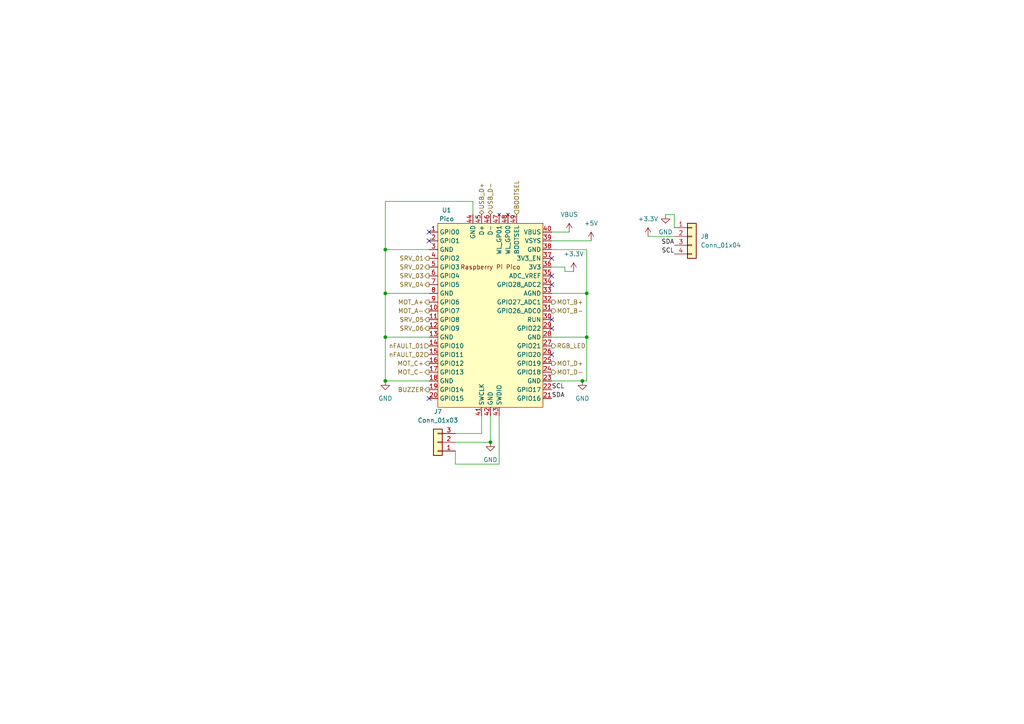
<source format=kicad_sch>
(kicad_sch (version 20230121) (generator eeschema)

  (uuid c24cf95b-fefa-4a3d-bb89-4d6b173b091e)

  (paper "A4")

  (lib_symbols
    (symbol "Connector_Generic:Conn_01x03" (pin_names (offset 1.016) hide) (in_bom yes) (on_board yes)
      (property "Reference" "J" (at 0 5.08 0)
        (effects (font (size 1.27 1.27)))
      )
      (property "Value" "Conn_01x03" (at 0 -5.08 0)
        (effects (font (size 1.27 1.27)))
      )
      (property "Footprint" "" (at 0 0 0)
        (effects (font (size 1.27 1.27)) hide)
      )
      (property "Datasheet" "~" (at 0 0 0)
        (effects (font (size 1.27 1.27)) hide)
      )
      (property "ki_keywords" "connector" (at 0 0 0)
        (effects (font (size 1.27 1.27)) hide)
      )
      (property "ki_description" "Generic connector, single row, 01x03, script generated (kicad-library-utils/schlib/autogen/connector/)" (at 0 0 0)
        (effects (font (size 1.27 1.27)) hide)
      )
      (property "ki_fp_filters" "Connector*:*_1x??_*" (at 0 0 0)
        (effects (font (size 1.27 1.27)) hide)
      )
      (symbol "Conn_01x03_1_1"
        (rectangle (start -1.27 -2.413) (end 0 -2.667)
          (stroke (width 0.1524) (type default))
          (fill (type none))
        )
        (rectangle (start -1.27 0.127) (end 0 -0.127)
          (stroke (width 0.1524) (type default))
          (fill (type none))
        )
        (rectangle (start -1.27 2.667) (end 0 2.413)
          (stroke (width 0.1524) (type default))
          (fill (type none))
        )
        (rectangle (start -1.27 3.81) (end 1.27 -3.81)
          (stroke (width 0.254) (type default))
          (fill (type background))
        )
        (pin passive line (at -5.08 2.54 0) (length 3.81)
          (name "Pin_1" (effects (font (size 1.27 1.27))))
          (number "1" (effects (font (size 1.27 1.27))))
        )
        (pin passive line (at -5.08 0 0) (length 3.81)
          (name "Pin_2" (effects (font (size 1.27 1.27))))
          (number "2" (effects (font (size 1.27 1.27))))
        )
        (pin passive line (at -5.08 -2.54 0) (length 3.81)
          (name "Pin_3" (effects (font (size 1.27 1.27))))
          (number "3" (effects (font (size 1.27 1.27))))
        )
      )
    )
    (symbol "Connector_Generic:Conn_01x04" (pin_names (offset 1.016) hide) (in_bom yes) (on_board yes)
      (property "Reference" "J" (at 0 5.08 0)
        (effects (font (size 1.27 1.27)))
      )
      (property "Value" "Conn_01x04" (at 0 -7.62 0)
        (effects (font (size 1.27 1.27)))
      )
      (property "Footprint" "" (at 0 0 0)
        (effects (font (size 1.27 1.27)) hide)
      )
      (property "Datasheet" "~" (at 0 0 0)
        (effects (font (size 1.27 1.27)) hide)
      )
      (property "ki_keywords" "connector" (at 0 0 0)
        (effects (font (size 1.27 1.27)) hide)
      )
      (property "ki_description" "Generic connector, single row, 01x04, script generated (kicad-library-utils/schlib/autogen/connector/)" (at 0 0 0)
        (effects (font (size 1.27 1.27)) hide)
      )
      (property "ki_fp_filters" "Connector*:*_1x??_*" (at 0 0 0)
        (effects (font (size 1.27 1.27)) hide)
      )
      (symbol "Conn_01x04_1_1"
        (rectangle (start -1.27 -4.953) (end 0 -5.207)
          (stroke (width 0.1524) (type default))
          (fill (type none))
        )
        (rectangle (start -1.27 -2.413) (end 0 -2.667)
          (stroke (width 0.1524) (type default))
          (fill (type none))
        )
        (rectangle (start -1.27 0.127) (end 0 -0.127)
          (stroke (width 0.1524) (type default))
          (fill (type none))
        )
        (rectangle (start -1.27 2.667) (end 0 2.413)
          (stroke (width 0.1524) (type default))
          (fill (type none))
        )
        (rectangle (start -1.27 3.81) (end 1.27 -6.35)
          (stroke (width 0.254) (type default))
          (fill (type background))
        )
        (pin passive line (at -5.08 2.54 0) (length 3.81)
          (name "Pin_1" (effects (font (size 1.27 1.27))))
          (number "1" (effects (font (size 1.27 1.27))))
        )
        (pin passive line (at -5.08 0 0) (length 3.81)
          (name "Pin_2" (effects (font (size 1.27 1.27))))
          (number "2" (effects (font (size 1.27 1.27))))
        )
        (pin passive line (at -5.08 -2.54 0) (length 3.81)
          (name "Pin_3" (effects (font (size 1.27 1.27))))
          (number "3" (effects (font (size 1.27 1.27))))
        )
        (pin passive line (at -5.08 -5.08 0) (length 3.81)
          (name "Pin_4" (effects (font (size 1.27 1.27))))
          (number "4" (effects (font (size 1.27 1.27))))
        )
      )
    )
    (symbol "MCU_RaspberryPi_and_Boards:Pico" (in_bom yes) (on_board yes)
      (property "Reference" "U" (at -13.97 27.94 0)
        (effects (font (size 1.27 1.27)))
      )
      (property "Value" "Pico" (at 0 19.05 0)
        (effects (font (size 1.27 1.27)))
      )
      (property "Footprint" "MCU_RaspberryPi_and_Boards:RPi_Pico_SMD_TH" (at -30.48 0 90)
        (effects (font (size 1.27 1.27)) hide)
      )
      (property "Datasheet" "" (at 0 0 0)
        (effects (font (size 1.27 1.27)) hide)
      )
      (symbol "Pico_0_0"
        (text "Raspberry Pi Pico" (at 0 13.97 0)
          (effects (font (size 1.27 1.27)))
        )
      )
      (symbol "Pico_0_1"
        (rectangle (start -15.24 26.67) (end 15.24 -26.67)
          (stroke (width 0) (type default))
          (fill (type background))
        )
      )
      (symbol "Pico_1_1"
        (pin bidirectional line (at -17.78 24.13 0) (length 2.54)
          (name "GPIO0" (effects (font (size 1.27 1.27))))
          (number "1" (effects (font (size 1.27 1.27))))
        )
        (pin bidirectional line (at -17.78 1.27 0) (length 2.54)
          (name "GPIO7" (effects (font (size 1.27 1.27))))
          (number "10" (effects (font (size 1.27 1.27))))
        )
        (pin bidirectional line (at -17.78 -1.27 0) (length 2.54)
          (name "GPIO8" (effects (font (size 1.27 1.27))))
          (number "11" (effects (font (size 1.27 1.27))))
        )
        (pin bidirectional line (at -17.78 -3.81 0) (length 2.54)
          (name "GPIO9" (effects (font (size 1.27 1.27))))
          (number "12" (effects (font (size 1.27 1.27))))
        )
        (pin power_in line (at -17.78 -6.35 0) (length 2.54)
          (name "GND" (effects (font (size 1.27 1.27))))
          (number "13" (effects (font (size 1.27 1.27))))
        )
        (pin bidirectional line (at -17.78 -8.89 0) (length 2.54)
          (name "GPIO10" (effects (font (size 1.27 1.27))))
          (number "14" (effects (font (size 1.27 1.27))))
        )
        (pin bidirectional line (at -17.78 -11.43 0) (length 2.54)
          (name "GPIO11" (effects (font (size 1.27 1.27))))
          (number "15" (effects (font (size 1.27 1.27))))
        )
        (pin bidirectional line (at -17.78 -13.97 0) (length 2.54)
          (name "GPIO12" (effects (font (size 1.27 1.27))))
          (number "16" (effects (font (size 1.27 1.27))))
        )
        (pin bidirectional line (at -17.78 -16.51 0) (length 2.54)
          (name "GPIO13" (effects (font (size 1.27 1.27))))
          (number "17" (effects (font (size 1.27 1.27))))
        )
        (pin power_in line (at -17.78 -19.05 0) (length 2.54)
          (name "GND" (effects (font (size 1.27 1.27))))
          (number "18" (effects (font (size 1.27 1.27))))
        )
        (pin bidirectional line (at -17.78 -21.59 0) (length 2.54)
          (name "GPIO14" (effects (font (size 1.27 1.27))))
          (number "19" (effects (font (size 1.27 1.27))))
        )
        (pin bidirectional line (at -17.78 21.59 0) (length 2.54)
          (name "GPIO1" (effects (font (size 1.27 1.27))))
          (number "2" (effects (font (size 1.27 1.27))))
        )
        (pin bidirectional line (at -17.78 -24.13 0) (length 2.54)
          (name "GPIO15" (effects (font (size 1.27 1.27))))
          (number "20" (effects (font (size 1.27 1.27))))
        )
        (pin bidirectional line (at 17.78 -24.13 180) (length 2.54)
          (name "GPIO16" (effects (font (size 1.27 1.27))))
          (number "21" (effects (font (size 1.27 1.27))))
        )
        (pin bidirectional line (at 17.78 -21.59 180) (length 2.54)
          (name "GPIO17" (effects (font (size 1.27 1.27))))
          (number "22" (effects (font (size 1.27 1.27))))
        )
        (pin power_in line (at 17.78 -19.05 180) (length 2.54)
          (name "GND" (effects (font (size 1.27 1.27))))
          (number "23" (effects (font (size 1.27 1.27))))
        )
        (pin bidirectional line (at 17.78 -16.51 180) (length 2.54)
          (name "GPIO18" (effects (font (size 1.27 1.27))))
          (number "24" (effects (font (size 1.27 1.27))))
        )
        (pin bidirectional line (at 17.78 -13.97 180) (length 2.54)
          (name "GPIO19" (effects (font (size 1.27 1.27))))
          (number "25" (effects (font (size 1.27 1.27))))
        )
        (pin bidirectional line (at 17.78 -11.43 180) (length 2.54)
          (name "GPIO20" (effects (font (size 1.27 1.27))))
          (number "26" (effects (font (size 1.27 1.27))))
        )
        (pin bidirectional line (at 17.78 -8.89 180) (length 2.54)
          (name "GPIO21" (effects (font (size 1.27 1.27))))
          (number "27" (effects (font (size 1.27 1.27))))
        )
        (pin power_in line (at 17.78 -6.35 180) (length 2.54)
          (name "GND" (effects (font (size 1.27 1.27))))
          (number "28" (effects (font (size 1.27 1.27))))
        )
        (pin bidirectional line (at 17.78 -3.81 180) (length 2.54)
          (name "GPIO22" (effects (font (size 1.27 1.27))))
          (number "29" (effects (font (size 1.27 1.27))))
        )
        (pin power_in line (at -17.78 19.05 0) (length 2.54)
          (name "GND" (effects (font (size 1.27 1.27))))
          (number "3" (effects (font (size 1.27 1.27))))
        )
        (pin input line (at 17.78 -1.27 180) (length 2.54)
          (name "RUN" (effects (font (size 1.27 1.27))))
          (number "30" (effects (font (size 1.27 1.27))))
        )
        (pin bidirectional line (at 17.78 1.27 180) (length 2.54)
          (name "GPIO26_ADC0" (effects (font (size 1.27 1.27))))
          (number "31" (effects (font (size 1.27 1.27))))
        )
        (pin bidirectional line (at 17.78 3.81 180) (length 2.54)
          (name "GPIO27_ADC1" (effects (font (size 1.27 1.27))))
          (number "32" (effects (font (size 1.27 1.27))))
        )
        (pin power_in line (at 17.78 6.35 180) (length 2.54)
          (name "AGND" (effects (font (size 1.27 1.27))))
          (number "33" (effects (font (size 1.27 1.27))))
        )
        (pin bidirectional line (at 17.78 8.89 180) (length 2.54)
          (name "GPIO28_ADC2" (effects (font (size 1.27 1.27))))
          (number "34" (effects (font (size 1.27 1.27))))
        )
        (pin power_in line (at 17.78 11.43 180) (length 2.54)
          (name "ADC_VREF" (effects (font (size 1.27 1.27))))
          (number "35" (effects (font (size 1.27 1.27))))
        )
        (pin power_in line (at 17.78 13.97 180) (length 2.54)
          (name "3V3" (effects (font (size 1.27 1.27))))
          (number "36" (effects (font (size 1.27 1.27))))
        )
        (pin input line (at 17.78 16.51 180) (length 2.54)
          (name "3V3_EN" (effects (font (size 1.27 1.27))))
          (number "37" (effects (font (size 1.27 1.27))))
        )
        (pin power_in line (at 17.78 19.05 180) (length 2.54)
          (name "GND" (effects (font (size 1.27 1.27))))
          (number "38" (effects (font (size 1.27 1.27))))
        )
        (pin power_in line (at 17.78 21.59 180) (length 2.54)
          (name "VSYS" (effects (font (size 1.27 1.27))))
          (number "39" (effects (font (size 1.27 1.27))))
        )
        (pin bidirectional line (at -17.78 16.51 0) (length 2.54)
          (name "GPIO2" (effects (font (size 1.27 1.27))))
          (number "4" (effects (font (size 1.27 1.27))))
        )
        (pin power_in line (at 17.78 24.13 180) (length 2.54)
          (name "VBUS" (effects (font (size 1.27 1.27))))
          (number "40" (effects (font (size 1.27 1.27))))
        )
        (pin input line (at -2.54 -29.21 90) (length 2.54)
          (name "SWCLK" (effects (font (size 1.27 1.27))))
          (number "41" (effects (font (size 1.27 1.27))))
        )
        (pin power_in line (at 0 -29.21 90) (length 2.54)
          (name "GND" (effects (font (size 1.27 1.27))))
          (number "42" (effects (font (size 1.27 1.27))))
        )
        (pin bidirectional line (at 2.54 -29.21 90) (length 2.54)
          (name "SWDIO" (effects (font (size 1.27 1.27))))
          (number "43" (effects (font (size 1.27 1.27))))
        )
        (pin power_in line (at -5.08 29.21 270) (length 2.54)
          (name "GND" (effects (font (size 1.27 1.27))))
          (number "44" (effects (font (size 1.27 1.27))))
          (alternate "TP1" power_in line)
        )
        (pin bidirectional line (at -2.54 29.21 270) (length 2.54)
          (name "D+" (effects (font (size 1.27 1.27))))
          (number "45" (effects (font (size 1.27 1.27))))
          (alternate "TP3" bidirectional line)
          (alternate "USB DP" bidirectional line)
        )
        (pin bidirectional line (at 0 29.21 270) (length 2.54)
          (name "D-" (effects (font (size 1.27 1.27))))
          (number "46" (effects (font (size 1.27 1.27))))
          (alternate "TP2" bidirectional line)
          (alternate "USB DM" bidirectional line)
        )
        (pin no_connect line (at 2.54 29.21 270) (length 2.54)
          (name "WL_GP01" (effects (font (size 1.27 1.27))))
          (number "47" (effects (font (size 1.27 1.27))))
          (alternate "DO NOT USE" no_connect line)
          (alternate "SMPS PS " no_connect line)
          (alternate "TP4" no_connect line)
        )
        (pin no_connect line (at 5.08 29.21 270) (length 2.54)
          (name "WL_GP00" (effects (font (size 1.27 1.27))))
          (number "48" (effects (font (size 1.27 1.27))))
          (alternate "LED" no_connect line)
          (alternate "NOT RECOMMENDED" no_connect line)
          (alternate "TP5" no_connect line)
        )
        (pin input line (at 7.62 29.21 270) (length 2.54)
          (name "BOOTSEL" (effects (font (size 1.27 1.27))))
          (number "49" (effects (font (size 1.27 1.27))))
          (alternate "TP6" input line)
        )
        (pin bidirectional line (at -17.78 13.97 0) (length 2.54)
          (name "GPIO3" (effects (font (size 1.27 1.27))))
          (number "5" (effects (font (size 1.27 1.27))))
        )
        (pin bidirectional line (at -17.78 11.43 0) (length 2.54)
          (name "GPIO4" (effects (font (size 1.27 1.27))))
          (number "6" (effects (font (size 1.27 1.27))))
        )
        (pin bidirectional line (at -17.78 8.89 0) (length 2.54)
          (name "GPIO5" (effects (font (size 1.27 1.27))))
          (number "7" (effects (font (size 1.27 1.27))))
        )
        (pin power_in line (at -17.78 6.35 0) (length 2.54)
          (name "GND" (effects (font (size 1.27 1.27))))
          (number "8" (effects (font (size 1.27 1.27))))
        )
        (pin bidirectional line (at -17.78 3.81 0) (length 2.54)
          (name "GPIO6" (effects (font (size 1.27 1.27))))
          (number "9" (effects (font (size 1.27 1.27))))
        )
      )
    )
    (symbol "power:+3.3V" (power) (pin_names (offset 0)) (in_bom yes) (on_board yes)
      (property "Reference" "#PWR" (at 0 -3.81 0)
        (effects (font (size 1.27 1.27)) hide)
      )
      (property "Value" "+3.3V" (at 0 3.556 0)
        (effects (font (size 1.27 1.27)))
      )
      (property "Footprint" "" (at 0 0 0)
        (effects (font (size 1.27 1.27)) hide)
      )
      (property "Datasheet" "" (at 0 0 0)
        (effects (font (size 1.27 1.27)) hide)
      )
      (property "ki_keywords" "global power" (at 0 0 0)
        (effects (font (size 1.27 1.27)) hide)
      )
      (property "ki_description" "Power symbol creates a global label with name \"+3.3V\"" (at 0 0 0)
        (effects (font (size 1.27 1.27)) hide)
      )
      (symbol "+3.3V_0_1"
        (polyline
          (pts
            (xy -0.762 1.27)
            (xy 0 2.54)
          )
          (stroke (width 0) (type default))
          (fill (type none))
        )
        (polyline
          (pts
            (xy 0 0)
            (xy 0 2.54)
          )
          (stroke (width 0) (type default))
          (fill (type none))
        )
        (polyline
          (pts
            (xy 0 2.54)
            (xy 0.762 1.27)
          )
          (stroke (width 0) (type default))
          (fill (type none))
        )
      )
      (symbol "+3.3V_1_1"
        (pin power_in line (at 0 0 90) (length 0) hide
          (name "+3.3V" (effects (font (size 1.27 1.27))))
          (number "1" (effects (font (size 1.27 1.27))))
        )
      )
    )
    (symbol "power:+5V" (power) (pin_names (offset 0)) (in_bom yes) (on_board yes)
      (property "Reference" "#PWR" (at 0 -3.81 0)
        (effects (font (size 1.27 1.27)) hide)
      )
      (property "Value" "+5V" (at 0 3.556 0)
        (effects (font (size 1.27 1.27)))
      )
      (property "Footprint" "" (at 0 0 0)
        (effects (font (size 1.27 1.27)) hide)
      )
      (property "Datasheet" "" (at 0 0 0)
        (effects (font (size 1.27 1.27)) hide)
      )
      (property "ki_keywords" "global power" (at 0 0 0)
        (effects (font (size 1.27 1.27)) hide)
      )
      (property "ki_description" "Power symbol creates a global label with name \"+5V\"" (at 0 0 0)
        (effects (font (size 1.27 1.27)) hide)
      )
      (symbol "+5V_0_1"
        (polyline
          (pts
            (xy -0.762 1.27)
            (xy 0 2.54)
          )
          (stroke (width 0) (type default))
          (fill (type none))
        )
        (polyline
          (pts
            (xy 0 0)
            (xy 0 2.54)
          )
          (stroke (width 0) (type default))
          (fill (type none))
        )
        (polyline
          (pts
            (xy 0 2.54)
            (xy 0.762 1.27)
          )
          (stroke (width 0) (type default))
          (fill (type none))
        )
      )
      (symbol "+5V_1_1"
        (pin power_in line (at 0 0 90) (length 0) hide
          (name "+5V" (effects (font (size 1.27 1.27))))
          (number "1" (effects (font (size 1.27 1.27))))
        )
      )
    )
    (symbol "power:GND" (power) (pin_names (offset 0)) (in_bom yes) (on_board yes)
      (property "Reference" "#PWR" (at 0 -6.35 0)
        (effects (font (size 1.27 1.27)) hide)
      )
      (property "Value" "GND" (at 0 -3.81 0)
        (effects (font (size 1.27 1.27)))
      )
      (property "Footprint" "" (at 0 0 0)
        (effects (font (size 1.27 1.27)) hide)
      )
      (property "Datasheet" "" (at 0 0 0)
        (effects (font (size 1.27 1.27)) hide)
      )
      (property "ki_keywords" "global power" (at 0 0 0)
        (effects (font (size 1.27 1.27)) hide)
      )
      (property "ki_description" "Power symbol creates a global label with name \"GND\" , ground" (at 0 0 0)
        (effects (font (size 1.27 1.27)) hide)
      )
      (symbol "GND_0_1"
        (polyline
          (pts
            (xy 0 0)
            (xy 0 -1.27)
            (xy 1.27 -1.27)
            (xy 0 -2.54)
            (xy -1.27 -1.27)
            (xy 0 -1.27)
          )
          (stroke (width 0) (type default))
          (fill (type none))
        )
      )
      (symbol "GND_1_1"
        (pin power_in line (at 0 0 270) (length 0) hide
          (name "GND" (effects (font (size 1.27 1.27))))
          (number "1" (effects (font (size 1.27 1.27))))
        )
      )
    )
    (symbol "power:VBUS" (power) (pin_names (offset 0)) (in_bom yes) (on_board yes)
      (property "Reference" "#PWR" (at 0 -3.81 0)
        (effects (font (size 1.27 1.27)) hide)
      )
      (property "Value" "VBUS" (at 0 3.81 0)
        (effects (font (size 1.27 1.27)))
      )
      (property "Footprint" "" (at 0 0 0)
        (effects (font (size 1.27 1.27)) hide)
      )
      (property "Datasheet" "" (at 0 0 0)
        (effects (font (size 1.27 1.27)) hide)
      )
      (property "ki_keywords" "global power" (at 0 0 0)
        (effects (font (size 1.27 1.27)) hide)
      )
      (property "ki_description" "Power symbol creates a global label with name \"VBUS\"" (at 0 0 0)
        (effects (font (size 1.27 1.27)) hide)
      )
      (symbol "VBUS_0_1"
        (polyline
          (pts
            (xy -0.762 1.27)
            (xy 0 2.54)
          )
          (stroke (width 0) (type default))
          (fill (type none))
        )
        (polyline
          (pts
            (xy 0 0)
            (xy 0 2.54)
          )
          (stroke (width 0) (type default))
          (fill (type none))
        )
        (polyline
          (pts
            (xy 0 2.54)
            (xy 0.762 1.27)
          )
          (stroke (width 0) (type default))
          (fill (type none))
        )
      )
      (symbol "VBUS_1_1"
        (pin power_in line (at 0 0 90) (length 0) hide
          (name "VBUS" (effects (font (size 1.27 1.27))))
          (number "1" (effects (font (size 1.27 1.27))))
        )
      )
    )
  )

  (junction (at 170.18 97.79) (diameter 0) (color 0 0 0 0)
    (uuid 14aecc81-0dd7-41d3-9e45-8e856fb2edcb)
  )
  (junction (at 170.18 85.09) (diameter 0) (color 0 0 0 0)
    (uuid 2b84704d-4059-4793-9232-fb65973335e1)
  )
  (junction (at 168.91 110.49) (diameter 0) (color 0 0 0 0)
    (uuid 2c17f81d-89aa-40eb-960b-a1c290de2e76)
  )
  (junction (at 142.24 128.27) (diameter 0) (color 0 0 0 0)
    (uuid 5d0bd9e9-b201-48cb-95ec-2416e221f2c7)
  )
  (junction (at 111.76 85.09) (diameter 0) (color 0 0 0 0)
    (uuid 9553df51-33f7-4135-9029-243997ae56a3)
  )
  (junction (at 111.76 72.39) (diameter 0) (color 0 0 0 0)
    (uuid b26ffddf-bdff-4c97-93e7-973556f6348a)
  )
  (junction (at 111.76 97.79) (diameter 0) (color 0 0 0 0)
    (uuid d025a330-90d7-4132-a771-4674eb997f59)
  )
  (junction (at 111.76 110.49) (diameter 0) (color 0 0 0 0)
    (uuid fbbd83c4-cc0b-440e-b21d-6c9cd8ae4963)
  )

  (no_connect (at 160.02 80.01) (uuid 36528df0-c581-4bde-8b05-45b46264c27d))
  (no_connect (at 160.02 95.25) (uuid 3f098cb5-46d8-4efc-bb62-9fd015ac8c51))
  (no_connect (at 160.02 92.71) (uuid 7e158619-9f62-4bca-99c1-3e24a11cd44c))
  (no_connect (at 124.46 67.31) (uuid 7ed7891a-27fc-44d6-9d3d-7c35e1a90357))
  (no_connect (at 124.46 69.85) (uuid 809d6888-b051-4f6b-8e5d-3a98ccc681e8))
  (no_connect (at 160.02 74.93) (uuid 978c4544-5615-42c9-a82e-dab54dd19c60))
  (no_connect (at 160.02 102.87) (uuid a0d7a233-88d4-423a-b915-c9242debb265))
  (no_connect (at 124.46 115.57) (uuid c213126a-9ed7-41e6-9c08-dc12badc161c))
  (no_connect (at 160.02 82.55) (uuid d44e8096-1bf2-4ff0-a085-818acbd57e0b))

  (wire (pts (xy 132.08 134.62) (xy 132.08 130.81))
    (stroke (width 0) (type default))
    (uuid 01529d1b-0250-4435-986e-cb0d66460cdf)
  )
  (wire (pts (xy 137.16 62.23) (xy 137.16 58.42))
    (stroke (width 0) (type default))
    (uuid 0a1bd469-f377-4454-8f2d-163989fac6ef)
  )
  (wire (pts (xy 170.18 97.79) (xy 170.18 110.49))
    (stroke (width 0) (type default))
    (uuid 0d229ec1-0190-4f6f-b6e8-39713cf4d412)
  )
  (wire (pts (xy 111.76 97.79) (xy 124.46 97.79))
    (stroke (width 0) (type default))
    (uuid 0ec58fea-5441-4a38-9d38-3b9c13f66b5b)
  )
  (wire (pts (xy 139.7 120.65) (xy 139.7 125.73))
    (stroke (width 0) (type default))
    (uuid 1dc93974-b9c8-4a68-8b04-d51757fd4e67)
  )
  (wire (pts (xy 193.04 62.23) (xy 195.58 62.23))
    (stroke (width 0) (type default))
    (uuid 1ff57973-4e07-4b81-8153-f6ef23ca4c0b)
  )
  (wire (pts (xy 170.18 72.39) (xy 170.18 85.09))
    (stroke (width 0) (type default))
    (uuid 2c1ab312-ef0d-4ebc-86ff-190cf629d39f)
  )
  (wire (pts (xy 111.76 72.39) (xy 111.76 85.09))
    (stroke (width 0) (type default))
    (uuid 2c78e3f4-b61c-4c74-bfac-1ed695e3f4ae)
  )
  (wire (pts (xy 163.83 77.47) (xy 160.02 77.47))
    (stroke (width 0) (type default))
    (uuid 31273686-b873-4ecf-ad21-ef78cc78544c)
  )
  (wire (pts (xy 195.58 62.23) (xy 195.58 66.04))
    (stroke (width 0) (type default))
    (uuid 3422cf36-e888-4ef9-b660-68c4b042c1b9)
  )
  (wire (pts (xy 144.78 120.65) (xy 144.78 134.62))
    (stroke (width 0) (type default))
    (uuid 36fe50bb-35e0-4629-9403-fd71cc7e7845)
  )
  (wire (pts (xy 163.83 78.74) (xy 163.83 77.47))
    (stroke (width 0) (type default))
    (uuid 3a04d59e-b310-48a5-994f-191097e1fb06)
  )
  (wire (pts (xy 160.02 69.85) (xy 171.45 69.85))
    (stroke (width 0) (type default))
    (uuid 47ce4409-88d6-4d7f-90c2-e98729bf38c7)
  )
  (wire (pts (xy 142.24 120.65) (xy 142.24 128.27))
    (stroke (width 0) (type default))
    (uuid 4e9dab53-8e96-4e6d-a265-a28531d457bf)
  )
  (wire (pts (xy 160.02 72.39) (xy 170.18 72.39))
    (stroke (width 0) (type default))
    (uuid 5bac25e7-a1b0-45d5-889d-7f8a43b9e56b)
  )
  (wire (pts (xy 111.76 85.09) (xy 124.46 85.09))
    (stroke (width 0) (type default))
    (uuid 6871c071-8300-47d7-8b03-0675db7e8c27)
  )
  (wire (pts (xy 168.91 110.49) (xy 160.02 110.49))
    (stroke (width 0) (type default))
    (uuid 76c2bd8d-255b-40ee-9e62-b8ba4e78289f)
  )
  (wire (pts (xy 166.37 78.74) (xy 163.83 78.74))
    (stroke (width 0) (type default))
    (uuid 81b0fed8-75e9-4ba3-94d0-365351ff15b6)
  )
  (wire (pts (xy 111.76 58.42) (xy 111.76 72.39))
    (stroke (width 0) (type default))
    (uuid 85b45e9b-0882-4dae-863f-384a7a3f81a1)
  )
  (wire (pts (xy 187.96 68.58) (xy 195.58 68.58))
    (stroke (width 0) (type default))
    (uuid 89d2e1a0-5984-4c4e-a32d-fa22f05f626e)
  )
  (wire (pts (xy 142.24 128.27) (xy 132.08 128.27))
    (stroke (width 0) (type default))
    (uuid a91a49a7-e0cb-40c6-8d16-b1bf04227721)
  )
  (wire (pts (xy 165.1 67.31) (xy 160.02 67.31))
    (stroke (width 0) (type default))
    (uuid a9e7c77a-54dd-4151-af87-2cb4002506d0)
  )
  (wire (pts (xy 160.02 85.09) (xy 170.18 85.09))
    (stroke (width 0) (type default))
    (uuid adca7600-7879-41c2-9d13-bea4d483ba51)
  )
  (wire (pts (xy 160.02 97.79) (xy 170.18 97.79))
    (stroke (width 0) (type default))
    (uuid b88a72c8-9b76-4002-adf3-e0f6de170566)
  )
  (wire (pts (xy 137.16 58.42) (xy 111.76 58.42))
    (stroke (width 0) (type default))
    (uuid c309ed1d-3f24-49b6-87a4-a0b14a376221)
  )
  (wire (pts (xy 111.76 110.49) (xy 124.46 110.49))
    (stroke (width 0) (type default))
    (uuid c452effd-6624-4162-b307-7be7a566b98e)
  )
  (wire (pts (xy 139.7 125.73) (xy 132.08 125.73))
    (stroke (width 0) (type default))
    (uuid cfe33225-9f41-49a9-bfb6-41482a2361b9)
  )
  (wire (pts (xy 111.76 72.39) (xy 124.46 72.39))
    (stroke (width 0) (type default))
    (uuid d09f1a5e-890f-4da0-bf7c-ac338e0b208a)
  )
  (wire (pts (xy 111.76 97.79) (xy 111.76 110.49))
    (stroke (width 0) (type default))
    (uuid dc890671-ee29-4dd4-b25b-32f1d46e2c44)
  )
  (wire (pts (xy 144.78 134.62) (xy 132.08 134.62))
    (stroke (width 0) (type default))
    (uuid e81a2f2c-a185-45a1-ad9c-6ce7dd9da88f)
  )
  (wire (pts (xy 170.18 110.49) (xy 168.91 110.49))
    (stroke (width 0) (type default))
    (uuid e91360bd-0590-4d75-869e-4820b1a6f79b)
  )
  (wire (pts (xy 111.76 85.09) (xy 111.76 97.79))
    (stroke (width 0) (type default))
    (uuid f2f78912-5803-4a21-b116-018e103e1a97)
  )
  (wire (pts (xy 170.18 85.09) (xy 170.18 97.79))
    (stroke (width 0) (type default))
    (uuid f6fedb6f-bf49-4cda-975e-fd1fd5c26994)
  )

  (label "SDA" (at 160.02 115.57 0) (fields_autoplaced)
    (effects (font (size 1.27 1.27)) (justify left bottom))
    (uuid 3a122cf2-dc1e-4053-b686-d7da5a631327)
  )
  (label "SCL" (at 195.58 73.66 180) (fields_autoplaced)
    (effects (font (size 1.27 1.27)) (justify right bottom))
    (uuid 5fae13e9-9d86-404a-a36d-8992a5e74cd9)
  )
  (label "SDA" (at 195.58 71.12 180) (fields_autoplaced)
    (effects (font (size 1.27 1.27)) (justify right bottom))
    (uuid 8385b598-ffc0-4f34-b67c-80196d565138)
  )
  (label "SCL" (at 160.02 113.03 0) (fields_autoplaced)
    (effects (font (size 1.27 1.27)) (justify left bottom))
    (uuid 88ad84fb-cf81-43df-a310-15339ae7a699)
  )

  (hierarchical_label "MOT_A+" (shape output) (at 124.46 87.63 180) (fields_autoplaced)
    (effects (font (size 1.27 1.27)) (justify right))
    (uuid 04278fa7-9c23-449f-b091-e167d5fd0f91)
  )
  (hierarchical_label "MOT_A-" (shape output) (at 124.46 90.17 180) (fields_autoplaced)
    (effects (font (size 1.27 1.27)) (justify right))
    (uuid 0df537b8-3ce2-478a-b807-12f7c9824657)
  )
  (hierarchical_label "SRV_01" (shape output) (at 124.46 74.93 180) (fields_autoplaced)
    (effects (font (size 1.27 1.27)) (justify right))
    (uuid 10998252-406f-41e3-b2b7-8f0fb0ec19a0)
  )
  (hierarchical_label "USB_D-" (shape bidirectional) (at 142.24 62.23 90) (fields_autoplaced)
    (effects (font (size 1.27 1.27)) (justify left))
    (uuid 11ac427d-ab2a-4af7-9d77-d5ead26b382e)
  )
  (hierarchical_label "BOOTSEL" (shape input) (at 149.86 62.23 90) (fields_autoplaced)
    (effects (font (size 1.27 1.27)) (justify left))
    (uuid 21f05b91-0b80-4c28-a9c1-4f7eb27b3edc)
  )
  (hierarchical_label "SRV_02" (shape output) (at 124.46 77.47 180) (fields_autoplaced)
    (effects (font (size 1.27 1.27)) (justify right))
    (uuid 323b2e0a-6c5b-4d2e-a0d5-9bacfdae76be)
  )
  (hierarchical_label "SRV_03" (shape output) (at 124.46 80.01 180) (fields_autoplaced)
    (effects (font (size 1.27 1.27)) (justify right))
    (uuid 34e49540-3e4d-411b-8928-0fb0a358ff49)
  )
  (hierarchical_label "BUZZER" (shape output) (at 124.46 113.03 180) (fields_autoplaced)
    (effects (font (size 1.27 1.27)) (justify right))
    (uuid 3d6cb2db-ad41-40f1-9c1b-36f054892407)
  )
  (hierarchical_label "MOT_D+" (shape output) (at 160.02 105.41 0) (fields_autoplaced)
    (effects (font (size 1.27 1.27)) (justify left))
    (uuid 555e80d7-3786-421f-8012-5fd4547da483)
  )
  (hierarchical_label "nFAULT_02" (shape input) (at 124.46 102.87 180) (fields_autoplaced)
    (effects (font (size 1.27 1.27)) (justify right))
    (uuid 56d3d5bd-e629-48a7-ae8c-6e44be3274c1)
  )
  (hierarchical_label "MOT_B-" (shape output) (at 160.02 90.17 0) (fields_autoplaced)
    (effects (font (size 1.27 1.27)) (justify left))
    (uuid 711be636-a56f-4579-9c44-ff17528e4a6f)
  )
  (hierarchical_label "MOT_C+" (shape output) (at 124.46 105.41 180) (fields_autoplaced)
    (effects (font (size 1.27 1.27)) (justify right))
    (uuid 8a663560-14d1-4087-a05c-240a0a728dbb)
  )
  (hierarchical_label "MOT_D-" (shape output) (at 160.02 107.95 0) (fields_autoplaced)
    (effects (font (size 1.27 1.27)) (justify left))
    (uuid 8e6eb197-0d23-4741-9c4f-edc7bf5b3bd5)
  )
  (hierarchical_label "MOT_B+" (shape output) (at 160.02 87.63 0) (fields_autoplaced)
    (effects (font (size 1.27 1.27)) (justify left))
    (uuid 98d5da50-3f0b-4334-9f87-47aee398a555)
  )
  (hierarchical_label "SRV_04" (shape output) (at 124.46 82.55 180) (fields_autoplaced)
    (effects (font (size 1.27 1.27)) (justify right))
    (uuid b0f001df-dee6-4043-a96b-9d36a9af0323)
  )
  (hierarchical_label "SRV_06" (shape output) (at 124.46 95.25 180) (fields_autoplaced)
    (effects (font (size 1.27 1.27)) (justify right))
    (uuid b1be3543-fb06-4508-be81-d295c20edccd)
  )
  (hierarchical_label "MOT_C-" (shape output) (at 124.46 107.95 180) (fields_autoplaced)
    (effects (font (size 1.27 1.27)) (justify right))
    (uuid b4f5d4b5-ee69-4b5e-81d5-6f573a823ff6)
  )
  (hierarchical_label "nFAULT_01" (shape input) (at 124.46 100.33 180) (fields_autoplaced)
    (effects (font (size 1.27 1.27)) (justify right))
    (uuid cceed91e-d755-40f9-8eb2-7a7fea608504)
  )
  (hierarchical_label "USB_D+" (shape bidirectional) (at 139.7 62.23 90) (fields_autoplaced)
    (effects (font (size 1.27 1.27)) (justify left))
    (uuid cef13aa4-05d1-468f-bce1-8d2d0f46d051)
  )
  (hierarchical_label "SRV_05" (shape output) (at 124.46 92.71 180) (fields_autoplaced)
    (effects (font (size 1.27 1.27)) (justify right))
    (uuid d4217423-a8ad-452d-b86f-925794c13477)
  )
  (hierarchical_label "RGB_LED" (shape output) (at 160.02 100.33 0) (fields_autoplaced)
    (effects (font (size 1.27 1.27)) (justify left))
    (uuid ec3ec483-2660-406c-b937-1d1a23c72aca)
  )

  (symbol (lib_id "Connector_Generic:Conn_01x04") (at 200.66 68.58 0) (unit 1)
    (in_bom yes) (on_board yes) (dnp no) (fields_autoplaced)
    (uuid 03d6bafd-fdfd-4ebe-8e1c-d7dda8f17fdc)
    (property "Reference" "J8" (at 203.2 68.58 0)
      (effects (font (size 1.27 1.27)) (justify left))
    )
    (property "Value" "Conn_01x04" (at 203.2 71.12 0)
      (effects (font (size 1.27 1.27)) (justify left))
    )
    (property "Footprint" "Connector_PinHeader_2.54mm:PinHeader_1x04_P2.54mm_Vertical" (at 200.66 68.58 0)
      (effects (font (size 1.27 1.27)) hide)
    )
    (property "Datasheet" "~" (at 200.66 68.58 0)
      (effects (font (size 1.27 1.27)) hide)
    )
    (pin "1" (uuid 9063cee9-b355-4463-85ca-3b62769b38ee))
    (pin "2" (uuid 9343c342-05a2-4078-8af6-dc3e41087faf))
    (pin "3" (uuid 122cbaa7-dca3-47eb-9066-ed237559d17a))
    (pin "4" (uuid 0a60d8c7-0274-4aa4-a505-fae53d8ed5cb))
    (instances
      (project "Pico-Skidi"
        (path "/21865b85-eb74-4d61-a31a-30858d3bc341/60530e3c-b075-4fd7-83a5-48bc65381cc4"
          (reference "J8") (unit 1)
        )
      )
    )
  )

  (symbol (lib_id "power:+5V") (at 171.45 69.85 0) (unit 1)
    (in_bom yes) (on_board yes) (dnp no) (fields_autoplaced)
    (uuid 05667f26-09e4-4910-ab5c-046ce63b7bf9)
    (property "Reference" "#PWR039" (at 171.45 73.66 0)
      (effects (font (size 1.27 1.27)) hide)
    )
    (property "Value" "+5V" (at 171.45 64.77 0)
      (effects (font (size 1.27 1.27)))
    )
    (property "Footprint" "" (at 171.45 69.85 0)
      (effects (font (size 1.27 1.27)) hide)
    )
    (property "Datasheet" "" (at 171.45 69.85 0)
      (effects (font (size 1.27 1.27)) hide)
    )
    (pin "1" (uuid 2504ed3f-58e4-46a3-9fef-bd005ab4e16c))
    (instances
      (project "Pico-Skidi"
        (path "/21865b85-eb74-4d61-a31a-30858d3bc341/60530e3c-b075-4fd7-83a5-48bc65381cc4"
          (reference "#PWR039") (unit 1)
        )
      )
    )
  )

  (symbol (lib_id "power:+3.3V") (at 187.96 68.58 0) (unit 1)
    (in_bom yes) (on_board yes) (dnp no) (fields_autoplaced)
    (uuid 0b0117e7-ad90-45ec-8ef0-0ac6f2c374d9)
    (property "Reference" "#PWR040" (at 187.96 72.39 0)
      (effects (font (size 1.27 1.27)) hide)
    )
    (property "Value" "+3.3V" (at 187.96 63.5 0)
      (effects (font (size 1.27 1.27)))
    )
    (property "Footprint" "" (at 187.96 68.58 0)
      (effects (font (size 1.27 1.27)) hide)
    )
    (property "Datasheet" "" (at 187.96 68.58 0)
      (effects (font (size 1.27 1.27)) hide)
    )
    (pin "1" (uuid 8aa6392d-3d81-487d-88e7-d8b62576a10f))
    (instances
      (project "Pico-Skidi"
        (path "/21865b85-eb74-4d61-a31a-30858d3bc341/60530e3c-b075-4fd7-83a5-48bc65381cc4"
          (reference "#PWR040") (unit 1)
        )
      )
    )
  )

  (symbol (lib_id "power:VBUS") (at 165.1 67.31 0) (unit 1)
    (in_bom yes) (on_board yes) (dnp no) (fields_autoplaced)
    (uuid 0d487987-3610-43cc-b29e-68c713367cd1)
    (property "Reference" "#PWR036" (at 165.1 71.12 0)
      (effects (font (size 1.27 1.27)) hide)
    )
    (property "Value" "VBUS" (at 165.1 62.23 0)
      (effects (font (size 1.27 1.27)))
    )
    (property "Footprint" "" (at 165.1 67.31 0)
      (effects (font (size 1.27 1.27)) hide)
    )
    (property "Datasheet" "" (at 165.1 67.31 0)
      (effects (font (size 1.27 1.27)) hide)
    )
    (pin "1" (uuid edb0d197-e30c-487a-8463-71fea150f62e))
    (instances
      (project "Pico-Skidi"
        (path "/21865b85-eb74-4d61-a31a-30858d3bc341/60530e3c-b075-4fd7-83a5-48bc65381cc4"
          (reference "#PWR036") (unit 1)
        )
      )
    )
  )

  (symbol (lib_id "power:+3.3V") (at 166.37 78.74 0) (unit 1)
    (in_bom yes) (on_board yes) (dnp no) (fields_autoplaced)
    (uuid 2b80ad83-d080-483a-a717-c131e8580acd)
    (property "Reference" "#PWR037" (at 166.37 82.55 0)
      (effects (font (size 1.27 1.27)) hide)
    )
    (property "Value" "+3.3V" (at 166.37 73.66 0)
      (effects (font (size 1.27 1.27)))
    )
    (property "Footprint" "" (at 166.37 78.74 0)
      (effects (font (size 1.27 1.27)) hide)
    )
    (property "Datasheet" "" (at 166.37 78.74 0)
      (effects (font (size 1.27 1.27)) hide)
    )
    (pin "1" (uuid aa320060-778a-4b5c-ad62-d0303bb8d9b0))
    (instances
      (project "Pico-Skidi"
        (path "/21865b85-eb74-4d61-a31a-30858d3bc341/60530e3c-b075-4fd7-83a5-48bc65381cc4"
          (reference "#PWR037") (unit 1)
        )
      )
    )
  )

  (symbol (lib_id "MCU_RaspberryPi_and_Boards:Pico") (at 142.24 91.44 0) (unit 1)
    (in_bom yes) (on_board yes) (dnp no)
    (uuid 4acdd5d4-4a4a-4985-bb5e-af914872900f)
    (property "Reference" "U1" (at 129.54 60.96 0)
      (effects (font (size 1.27 1.27)))
    )
    (property "Value" "Pico" (at 129.54 63.5 0)
      (effects (font (size 1.27 1.27)))
    )
    (property "Footprint" "MCU_RaspberryPi_and_Boards:RPi_Pico_W_SMD" (at 142.24 91.44 90)
      (effects (font (size 1.27 1.27)) hide)
    )
    (property "Datasheet" "" (at 142.24 91.44 0)
      (effects (font (size 1.27 1.27)) hide)
    )
    (pin "1" (uuid fe13946e-e556-458d-bb3a-566241ea5eb9))
    (pin "10" (uuid 8da2298b-c122-454b-a8d6-9ab4d9128056))
    (pin "11" (uuid 7a55ccae-c33f-4e7b-a0a2-39e092582e38))
    (pin "12" (uuid 4f3fcfc2-dee9-4811-92da-0c957722185a))
    (pin "13" (uuid e4d5429f-aa5d-48d4-a008-f5b58e2d41f6))
    (pin "14" (uuid 0ff72dbf-5fbe-4cad-a456-2fbd9ca71e3a))
    (pin "15" (uuid bad485cf-126b-4cc4-b792-8b845f15ccef))
    (pin "16" (uuid 4d7c72e9-09ef-476d-a20f-ac573b21076d))
    (pin "17" (uuid 7f26a775-143e-4d7d-883d-bbfde0f1938a))
    (pin "18" (uuid aa9d6bf9-f5d8-4bdd-a7d9-1e111bb8e8c5))
    (pin "19" (uuid 1bd3f25f-6564-4067-993c-19fa6c495dd4))
    (pin "2" (uuid fa439226-0887-4a11-be7e-937ecc3ab045))
    (pin "20" (uuid 78f197ac-d252-433c-a463-ac333ddf9af8))
    (pin "21" (uuid 8a89ee5c-275f-4219-a6e6-8d8478d89bdb))
    (pin "22" (uuid 354b9fe7-38e2-4128-8b12-55225f11feb1))
    (pin "23" (uuid ded91c64-9dbb-422a-a1d3-96a5863f3409))
    (pin "24" (uuid 34c75e4a-191d-4719-b9cf-aa08af3750e4))
    (pin "25" (uuid 72728fae-2bfa-4c1c-9d72-dfbd0612bdda))
    (pin "26" (uuid f3e85209-8679-4dda-9b39-583160a67b64))
    (pin "27" (uuid af35450e-3afd-4f7d-8d3f-ee5f6767fab1))
    (pin "28" (uuid 9f996290-bd24-4780-849e-4cd7540f8677))
    (pin "29" (uuid 293d70f5-90e2-456d-89af-5e06ba6bcf15))
    (pin "3" (uuid e322342b-84cf-45dc-917e-3f6158a8c632))
    (pin "30" (uuid 4b46af11-0449-4705-9b5f-bc62e57a6d26))
    (pin "31" (uuid 98ff3683-d6ae-4a09-8ef4-7c0902d7487c))
    (pin "32" (uuid 78df1811-b452-4945-aaa6-8f37ebfbff8d))
    (pin "33" (uuid e086a837-b160-45d9-8ff2-57008e3c197f))
    (pin "34" (uuid d81605c3-adca-4080-8f31-9f20820f7e1e))
    (pin "35" (uuid 1fdc4c04-890f-43ed-bed3-b7e2b95d6767))
    (pin "36" (uuid 7bd511e6-51d3-4dd8-bcaa-2cea133a9459))
    (pin "37" (uuid 14a898e0-c121-4a01-874b-7e27995daa5d))
    (pin "38" (uuid bca7ef53-d788-473b-b3ad-f9c1393f40a6))
    (pin "39" (uuid 58d7b395-fb1b-438a-8812-c15f874c4b81))
    (pin "4" (uuid 197848c0-c912-4edf-a681-77bf361b9993))
    (pin "40" (uuid dfdde30c-fffd-4a26-bafe-36fdec32f56c))
    (pin "41" (uuid 88e21334-17b4-4ec1-8c04-6cd34eaf42f1))
    (pin "42" (uuid 3185a7b0-dd9f-4ac0-a290-e09ae17cd061))
    (pin "43" (uuid 1ca5dfe8-b86b-4619-8449-9cf7e8684b60))
    (pin "44" (uuid e0d2a051-9fd4-4cbe-a2e9-807e475b7f8d))
    (pin "45" (uuid 882f59fb-8cf3-470e-a072-49c85336c913))
    (pin "46" (uuid b60ce553-d396-4b88-a43d-277dcfcdf91d))
    (pin "47" (uuid 6f43fa2f-e4e0-4438-932f-56dda7ac3213))
    (pin "48" (uuid cb7666f1-550a-4de7-bf84-6bcbd3aabaae))
    (pin "49" (uuid fc69769c-3ac3-4f5b-bd2a-ba788336b058))
    (pin "5" (uuid e79b8533-bb7c-4b2d-a3c1-543b23198d11))
    (pin "6" (uuid f3edb3e7-a96d-421d-a386-165aaaeffc99))
    (pin "7" (uuid b11efe84-dd59-4084-b88d-bbdd60e8f7cf))
    (pin "8" (uuid b963b81f-7da2-48fb-b32d-0c3a836e13a3))
    (pin "9" (uuid 2c2231fe-819b-4a90-bb3d-388acd8977de))
    (instances
      (project "Pico-Skidi"
        (path "/21865b85-eb74-4d61-a31a-30858d3bc341"
          (reference "U1") (unit 1)
        )
        (path "/21865b85-eb74-4d61-a31a-30858d3bc341/60530e3c-b075-4fd7-83a5-48bc65381cc4"
          (reference "U5") (unit 1)
        )
      )
    )
  )

  (symbol (lib_id "power:GND") (at 193.04 62.23 0) (unit 1)
    (in_bom yes) (on_board yes) (dnp no) (fields_autoplaced)
    (uuid 5cb65b39-8eb5-4b01-8ed5-752f7230b0da)
    (property "Reference" "#PWR041" (at 193.04 68.58 0)
      (effects (font (size 1.27 1.27)) hide)
    )
    (property "Value" "GND" (at 193.04 67.31 0)
      (effects (font (size 1.27 1.27)))
    )
    (property "Footprint" "" (at 193.04 62.23 0)
      (effects (font (size 1.27 1.27)) hide)
    )
    (property "Datasheet" "" (at 193.04 62.23 0)
      (effects (font (size 1.27 1.27)) hide)
    )
    (pin "1" (uuid 3306c798-3512-4e45-8ee7-89f51ac968d6))
    (instances
      (project "Pico-Skidi"
        (path "/21865b85-eb74-4d61-a31a-30858d3bc341/60530e3c-b075-4fd7-83a5-48bc65381cc4"
          (reference "#PWR041") (unit 1)
        )
      )
    )
  )

  (symbol (lib_id "power:GND") (at 168.91 110.49 0) (unit 1)
    (in_bom yes) (on_board yes) (dnp no) (fields_autoplaced)
    (uuid 5f004a92-68e4-4073-b0a4-8909cf493d33)
    (property "Reference" "#PWR010" (at 168.91 116.84 0)
      (effects (font (size 1.27 1.27)) hide)
    )
    (property "Value" "GND" (at 168.91 115.57 0)
      (effects (font (size 1.27 1.27)))
    )
    (property "Footprint" "" (at 168.91 110.49 0)
      (effects (font (size 1.27 1.27)) hide)
    )
    (property "Datasheet" "" (at 168.91 110.49 0)
      (effects (font (size 1.27 1.27)) hide)
    )
    (pin "1" (uuid cbb80b61-b2f1-4acc-81de-7a864c73f374))
    (instances
      (project "Pico-Skidi"
        (path "/21865b85-eb74-4d61-a31a-30858d3bc341"
          (reference "#PWR010") (unit 1)
        )
        (path "/21865b85-eb74-4d61-a31a-30858d3bc341/60530e3c-b075-4fd7-83a5-48bc65381cc4"
          (reference "#PWR038") (unit 1)
        )
      )
    )
  )

  (symbol (lib_id "power:GND") (at 142.24 128.27 0) (unit 1)
    (in_bom yes) (on_board yes) (dnp no) (fields_autoplaced)
    (uuid ce2a9520-3b17-4d37-a692-ae5486b65155)
    (property "Reference" "#PWR035" (at 142.24 134.62 0)
      (effects (font (size 1.27 1.27)) hide)
    )
    (property "Value" "GND" (at 142.24 133.35 0)
      (effects (font (size 1.27 1.27)))
    )
    (property "Footprint" "" (at 142.24 128.27 0)
      (effects (font (size 1.27 1.27)) hide)
    )
    (property "Datasheet" "" (at 142.24 128.27 0)
      (effects (font (size 1.27 1.27)) hide)
    )
    (pin "1" (uuid 27747f79-a25f-4709-a194-246d97544660))
    (instances
      (project "Pico-Skidi"
        (path "/21865b85-eb74-4d61-a31a-30858d3bc341/60530e3c-b075-4fd7-83a5-48bc65381cc4"
          (reference "#PWR035") (unit 1)
        )
      )
    )
  )

  (symbol (lib_id "Connector_Generic:Conn_01x03") (at 127 128.27 180) (unit 1)
    (in_bom yes) (on_board yes) (dnp no) (fields_autoplaced)
    (uuid e6c99d10-9003-4f80-ac9c-d787d68810b0)
    (property "Reference" "J7" (at 127 119.38 0)
      (effects (font (size 1.27 1.27)))
    )
    (property "Value" "Conn_01x03" (at 127 121.92 0)
      (effects (font (size 1.27 1.27)))
    )
    (property "Footprint" "Connector_PinHeader_2.54mm:PinHeader_1x03_P2.54mm_Vertical" (at 127 128.27 0)
      (effects (font (size 1.27 1.27)) hide)
    )
    (property "Datasheet" "~" (at 127 128.27 0)
      (effects (font (size 1.27 1.27)) hide)
    )
    (pin "1" (uuid 17c69d0d-1224-43dc-9f13-4bd3e3d82b5d))
    (pin "2" (uuid 0bae043f-1da4-46a8-ae09-6f21cbf07551))
    (pin "3" (uuid 5290c2e0-e632-4b93-bba1-ce369b56ea6b))
    (instances
      (project "Pico-Skidi"
        (path "/21865b85-eb74-4d61-a31a-30858d3bc341/60530e3c-b075-4fd7-83a5-48bc65381cc4"
          (reference "J7") (unit 1)
        )
      )
    )
  )

  (symbol (lib_id "power:GND") (at 111.76 110.49 0) (unit 1)
    (in_bom yes) (on_board yes) (dnp no) (fields_autoplaced)
    (uuid ea68b8b8-300c-463d-9537-f221ee44d050)
    (property "Reference" "#PWR09" (at 111.76 116.84 0)
      (effects (font (size 1.27 1.27)) hide)
    )
    (property "Value" "GND" (at 111.76 115.57 0)
      (effects (font (size 1.27 1.27)))
    )
    (property "Footprint" "" (at 111.76 110.49 0)
      (effects (font (size 1.27 1.27)) hide)
    )
    (property "Datasheet" "" (at 111.76 110.49 0)
      (effects (font (size 1.27 1.27)) hide)
    )
    (pin "1" (uuid 83903646-832c-4812-bf82-fde9ca2b11d8))
    (instances
      (project "Pico-Skidi"
        (path "/21865b85-eb74-4d61-a31a-30858d3bc341"
          (reference "#PWR09") (unit 1)
        )
        (path "/21865b85-eb74-4d61-a31a-30858d3bc341/60530e3c-b075-4fd7-83a5-48bc65381cc4"
          (reference "#PWR034") (unit 1)
        )
      )
    )
  )
)

</source>
